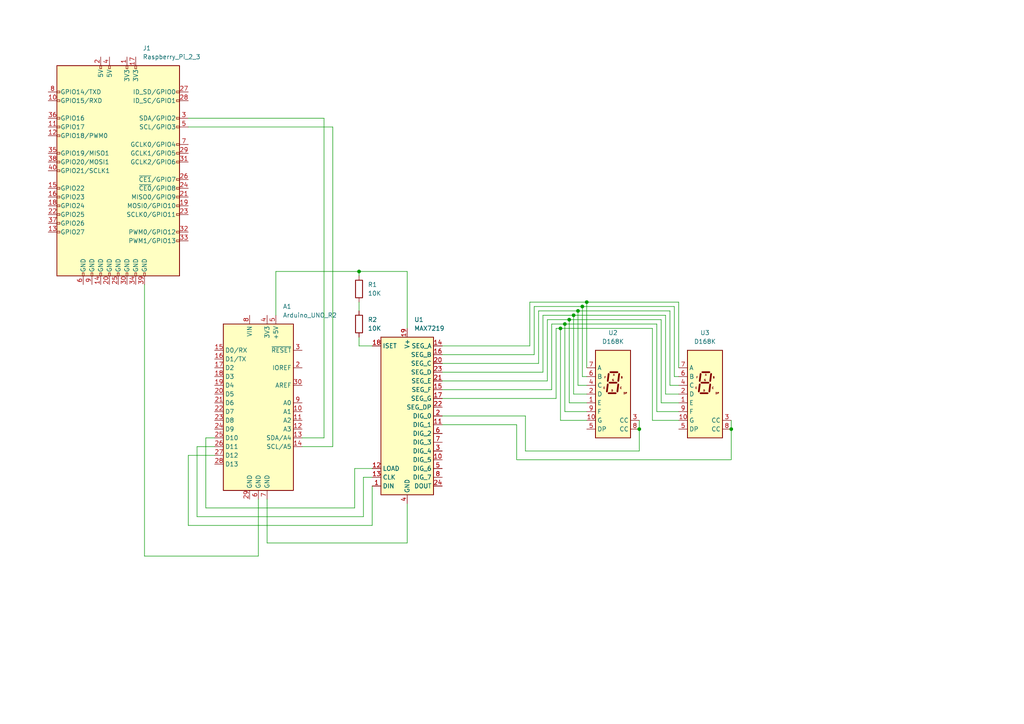
<source format=kicad_sch>
(kicad_sch (version 20211123) (generator eeschema)
  (paper "A4")
  (title_block (title "Schematics") (date "2022-10-12"))
  (lib_symbols
    (symbol "Connector:Raspberry_Pi_2_3" (pin_names (offset 1.016))
      (property "Reference" "J" (at -17.78 31.75 0))
      (property "Value" "Raspberry_Pi_2_3" (at 10.16 -31.75 0))
      (symbol "Raspberry_Pi_2_3_0_1"
        (rectangle (start -17.78 30.48) (end 17.78 -30.48) (stroke (width 0.254)) (fill (type background)))
      )
      (symbol "Raspberry_Pi_2_3_1_1"
        (rectangle (start -16.891 -17.526) (end -17.78 -18.034))
        (rectangle (start -16.891 -14.986) (end -17.78 -15.494))
        (rectangle (start -16.891 -12.446) (end -17.78 -12.954))
        (rectangle (start -16.891 -9.906) (end -17.78 -10.414))
        (rectangle (start -16.891 -7.366) (end -17.78 -7.874))
        (rectangle (start -16.891 -4.826) (end -17.78 -5.334))
        (rectangle (start -16.891 0.254) (end -17.78 -0.254))
        (rectangle (start -16.891 2.794) (end -17.78 2.286))
        (rectangle (start -16.891 5.334) (end -17.78 4.826))
        (rectangle (start -16.891 10.414) (end -17.78 9.906))
        (rectangle (start -16.891 12.954) (end -17.78 12.446))
        (rectangle (start -16.891 15.494) (end -17.78 14.986))
        (rectangle (start -16.891 20.574) (end -17.78 20.066))
        (rectangle (start -16.891 23.114) (end -17.78 22.606))
        (rectangle (start -10.414 -29.591) (end -9.906 -30.48))
        (rectangle (start -7.874 -29.591) (end -7.366 -30.48))
        (rectangle (start -5.334 -29.591) (end -4.826 -30.48))
        (rectangle (start -5.334 30.48) (end -4.826 29.591))
        (rectangle (start -2.794 -29.591) (end -2.286 -30.48))
        (rectangle (start -2.794 30.48) (end -2.286 29.591))
        (rectangle (start -0.254 -29.591) (end 0.254 -30.48))
        (rectangle (start 2.286 -29.591) (end 2.794 -30.48))
        (rectangle (start 2.286 30.48) (end 2.794 29.591))
        (rectangle (start 4.826 -29.591) (end 5.334 -30.48))
        (rectangle (start 4.826 30.48) (end 5.334 29.591))
        (rectangle (start 7.366 -29.591) (end 7.874 -30.48))
        (rectangle (start 17.78 -20.066) (end 16.891 -20.574))
        (rectangle (start 17.78 -17.526) (end 16.891 -18.034))
        (rectangle (start 17.78 -12.446) (end 16.891 -12.954))
        (rectangle (start 17.78 -9.906) (end 16.891 -10.414))
        (rectangle (start 17.78 -7.366) (end 16.891 -7.874))
        (rectangle (start 17.78 -4.826) (end 16.891 -5.334))
        (rectangle (start 17.78 -2.286) (end 16.891 -2.794))
        (rectangle (start 17.78 2.794) (end 16.891 2.286))
        (rectangle (start 17.78 5.334) (end 16.891 4.826))
        (rectangle (start 17.78 7.874) (end 16.891 7.366))
        (rectangle (start 17.78 12.954) (end 16.891 12.446))
        (rectangle (start 17.78 15.494) (end 16.891 14.986))
        (rectangle (start 17.78 20.574) (end 16.891 20.066))
        (rectangle (start 17.78 23.114) (end 16.891 22.606))
        (pin power_in line (at 2.54 33.02 270) (length 2.54) (name "3V3") (number "1"))
        (pin bidirectional line (at -20.32 20.32 0) (length 2.54) (name "GPIO15/RXD") (number "10"))
        (pin bidirectional line (at -20.32 12.7 0) (length 2.54) (name "GPIO17") (number "11"))
        (pin bidirectional line (at -20.32 10.16 0) (length 2.54) (name "GPIO18/PWM0") (number "12"))
        (pin bidirectional line (at -20.32 -17.78 0) (length 2.54) (name "GPIO27") (number "13"))
        (pin power_in line (at -5.08 -33.02 90) (length 2.54) (name "GND") (number "14"))
        (pin bidirectional line (at -20.32 -5.08 0) (length 2.54) (name "GPIO22") (number "15"))
        (pin bidirectional line (at -20.32 -7.62 0) (length 2.54) (name "GPIO23") (number "16"))
        (pin power_in line (at 5.08 33.02 270) (length 2.54) (name "3V3") (number "17"))
        (pin bidirectional line (at -20.32 -10.16 0) (length 2.54) (name "GPIO24") (number "18"))
        (pin bidirectional line (at 20.32 -10.16 180) (length 2.54) (name "MOSI0/GPIO10") (number "19"))
        (pin power_in line (at -5.08 33.02 270) (length 2.54) (name "5V") (number "2"))
        (pin power_in line (at -2.54 -33.02 90) (length 2.54) (name "GND") (number "20"))
        (pin bidirectional line (at 20.32 -7.62 180) (length 2.54) (name "MISO0/GPIO9") (number "21"))
        (pin bidirectional line (at -20.32 -12.7 0) (length 2.54) (name "GPIO25") (number "22"))
        (pin bidirectional line (at 20.32 -12.7 180) (length 2.54) (name "SCLK0/GPIO11") (number "23"))
        (pin bidirectional line (at 20.32 -5.08 180) (length 2.54) (name "~{CE0}/GPIO8") (number "24"))
        (pin power_in line (at 0 -33.02 90) (length 2.54) (name "GND") (number "25"))
        (pin bidirectional line (at 20.32 -2.54 180) (length 2.54) (name "~{CE1}/GPIO7") (number "26"))
        (pin bidirectional line (at 20.32 22.86 180) (length 2.54) (name "ID_SD/GPIO0") (number "27"))
        (pin bidirectional line (at 20.32 20.32 180) (length 2.54) (name "ID_SC/GPIO1") (number "28"))
        (pin bidirectional line (at 20.32 5.08 180) (length 2.54) (name "GCLK1/GPIO5") (number "29"))
        (pin bidirectional line (at 20.32 15.24 180) (length 2.54) (name "SDA/GPIO2") (number "3"))
        (pin power_in line (at 2.54 -33.02 90) (length 2.54) (name "GND") (number "30"))
        (pin bidirectional line (at 20.32 2.54 180) (length 2.54) (name "GCLK2/GPIO6") (number "31"))
        (pin bidirectional line (at 20.32 -17.78 180) (length 2.54) (name "PWM0/GPIO12") (number "32"))
        (pin bidirectional line (at 20.32 -20.32 180) (length 2.54) (name "PWM1/GPIO13") (number "33"))
        (pin power_in line (at 5.08 -33.02 90) (length 2.54) (name "GND") (number "34"))
        (pin bidirectional line (at -20.32 5.08 0) (length 2.54) (name "GPIO19/MISO1") (number "35"))
        (pin bidirectional line (at -20.32 15.24 0) (length 2.54) (name "GPIO16") (number "36"))
        (pin bidirectional line (at -20.32 -15.24 0) (length 2.54) (name "GPIO26") (number "37"))
        (pin bidirectional line (at -20.32 2.54 0) (length 2.54) (name "GPIO20/MOSI1") (number "38"))
        (pin power_in line (at 7.62 -33.02 90) (length 2.54) (name "GND") (number "39"))
        (pin power_in line (at -2.54 33.02 270) (length 2.54) (name "5V") (number "4"))
        (pin bidirectional line (at -20.32 0 0) (length 2.54) (name "GPIO21/SCLK1") (number "40"))
        (pin bidirectional line (at 20.32 12.7 180) (length 2.54) (name "SCL/GPIO3") (number "5"))
        (pin power_in line (at -10.16 -33.02 90) (length 2.54) (name "GND") (number "6"))
        (pin bidirectional line (at 20.32 7.62 180) (length 2.54) (name "GCLK0/GPIO4") (number "7"))
        (pin bidirectional line (at -20.32 22.86 0) (length 2.54) (name "GPIO14/TXD") (number "8"))
        (pin power_in line (at -7.62 -33.02 90) (length 2.54) (name "GND") (number "9"))
      )
    )
    (symbol "Device:R" (pin_numbers hide) (pin_names (offset 0))
      (property "Reference" "R" (at 2.032 0 90))
      (property "Value" "R" (at 0 0 90))
      (symbol "R_0_1"
        (rectangle (start -1.016 -2.54) (end 1.016 2.54) (stroke (width 0.254)))
      )
      (symbol "R_1_1"
        (pin passive line (at 0 3.81 270) (length 1.27) (name "~") (number "1"))
        (pin passive line (at 0 -3.81 90) (length 1.27) (name "~") (number "2"))
      )
    )
    (symbol "Display_Character:D168K"
      (property "Reference" "U" (at -2.54 13.97 0))
      (property "Value" "D168K" (at 1.27 13.97 0))
      (symbol "D168K_0_0"
        (text "A" (at 0.254 5.588 0) (effects (font (size 0.508 0.508))))
        (text "B" (at 2.54 4.826 0) (effects (font (size 0.508 0.508))))
        (text "C" (at 2.286 1.778 0) (effects (font (size 0.508 0.508))))
        (text "D" (at -0.254 1.016 0) (effects (font (size 0.508 0.508))))
        (text "DP" (at 3.556 0.254 0) (effects (font (size 0.508 0.508))))
        (text "E" (at -2.54 1.778 0) (effects (font (size 0.508 0.508))))
        (text "F" (at -2.286 4.826 0) (effects (font (size 0.508 0.508))))
        (text "G" (at 0 4.064 0) (effects (font (size 0.508 0.508))))
      )
      (symbol "D168K_0_1"
        (rectangle (start -5.08 12.7) (end 5.08 -12.7) (stroke (width 0.254)) (fill (type background)))
        (polyline (pts (xy -1.524 2.794) (xy -1.778 0.762)) (stroke (width 0.508)))
        (polyline (pts (xy -1.27 0.254) (xy 0.762 0.254)) (stroke (width 0.508)))
        (polyline (pts (xy -1.27 5.842) (xy -1.524 3.81)) (stroke (width 0.508)))
        (polyline (pts (xy -1.016 3.302) (xy 1.016 3.302)) (stroke (width 0.508)))
        (polyline (pts (xy -0.762 6.35) (xy 1.27 6.35)) (stroke (width 0.508)))
        (polyline (pts (xy 1.524 2.794) (xy 1.27 0.762)) (stroke (width 0.508)))
        (polyline (pts (xy 1.778 5.842) (xy 1.524 3.81)) (stroke (width 0.508)))
        (polyline (pts (xy 2.54 0.254) (xy 2.54 0.254)) (stroke (width 0.508)))
      )
      (symbol "D168K_1_1"
        (pin input line (at -7.62 -2.54 0) (length 2.54) (name "E") (number "1"))
        (pin input line (at -7.62 -7.62 0) (length 2.54) (name "G") (number "10"))
        (pin input line (at -7.62 0 0) (length 2.54) (name "D") (number "2"))
        (pin input line (at 7.62 -7.62 180) (length 2.54) (name "CC") (number "3"))
        (pin input line (at -7.62 2.54 0) (length 2.54) (name "C") (number "4"))
        (pin input line (at -7.62 -10.16 0) (length 2.54) (name "DP") (number "5"))
        (pin input line (at -7.62 5.08 0) (length 2.54) (name "B") (number "6"))
        (pin input line (at -7.62 7.62 0) (length 2.54) (name "A") (number "7"))
        (pin input line (at 7.62 -10.16 180) (length 2.54) (name "CC") (number "8"))
        (pin input line (at -7.62 -5.08 0) (length 2.54) (name "F") (number "9"))
      )
    )
    (symbol "Driver_LED:MAX7219"
      (property "Reference" "U" (at -6.35 24.13 0))
      (property "Value" "MAX7219" (at 1.27 25.4 0))
      (symbol "MAX7219_0_1"
        (rectangle (start -7.62 22.86) (end 7.62 -22.86) (stroke (width 0.254)) (fill (type background)))
      )
      (symbol "MAX7219_1_1"
        (pin input line (at -10.16 -20.32 0) (length 2.54) (name "DIN") (number "1"))
        (pin output line (at 10.16 -12.7 180) (length 2.54) (name "DIG_5") (number "10"))
        (pin output line (at 10.16 -2.54 180) (length 2.54) (name "DIG_1") (number "11"))
        (pin input line (at -10.16 -15.24 0) (length 2.54) (name "LOAD") (number "12"))
        (pin input line (at -10.16 -17.78 0) (length 2.54) (name "CLK") (number "13"))
        (pin output line (at 10.16 20.32 180) (length 2.54) (name "SEG_A") (number "14"))
        (pin output line (at 10.16 7.62 180) (length 2.54) (name "SEG_F") (number "15"))
        (pin output line (at 10.16 17.78 180) (length 2.54) (name "SEG_B") (number "16"))
        (pin output line (at 10.16 5.08 180) (length 2.54) (name "SEG_G") (number "17"))
        (pin input line (at -10.16 20.32 0) (length 2.54) (name "ISET") (number "18"))
        (pin power_in line (at 0 25.4 270) (length 2.54) (name "V+") (number "19"))
        (pin output line (at 10.16 0 180) (length 2.54) (name "DIG_0") (number "2"))
        (pin output line (at 10.16 15.24 180) (length 2.54) (name "SEG_C") (number "20"))
        (pin output line (at 10.16 10.16 180) (length 2.54) (name "SEG_E") (number "21"))
        (pin output line (at 10.16 2.54 180) (length 2.54) (name "SEG_DP") (number "22"))
        (pin output line (at 10.16 12.7 180) (length 2.54) (name "SEG_D") (number "23"))
        (pin output line (at 10.16 -20.32 180) (length 2.54) (name "DOUT") (number "24"))
        (pin output line (at 10.16 -10.16 180) (length 2.54) (name "DIG_4") (number "3"))
        (pin power_in line (at 0 -25.4 90) (length 2.54) (name "GND") (number "4"))
        (pin output line (at 10.16 -15.24 180) (length 2.54) (name "DIG_6") (number "5"))
        (pin output line (at 10.16 -5.08 180) (length 2.54) (name "DIG_2") (number "6"))
        (pin output line (at 10.16 -7.62 180) (length 2.54) (name "DIG_3") (number "7"))
        (pin output line (at 10.16 -17.78 180) (length 2.54) (name "DIG_7") (number "8"))
        (pin passive line (at 0 -25.4 90) (length 2.54) hide (name "GND") (number "9"))
      )
    )
    (symbol "MCU_Module:Arduino_UNO_R2"
      (property "Reference" "A" (at -10.16 23.495 0))
      (property "Value" "Arduino_UNO_R2" (at 5.08 -26.67 0))
      (symbol "Arduino_UNO_R2_0_1"
        (rectangle (start -10.16 22.86) (end 10.16 -25.4) (stroke (width 0.254)) (fill (type background)))
      )
      (symbol "Arduino_UNO_R2_1_1"
        (pin no_connect line (at -10.16 -20.32 0) (length 2.54) hide (name "NC") (number "1"))
        (pin bidirectional line (at 12.7 -2.54 180) (length 2.54) (name "A1") (number "10"))
        (pin bidirectional line (at 12.7 -5.08 180) (length 2.54) (name "A2") (number "11"))
        (pin bidirectional line (at 12.7 -7.62 180) (length 2.54) (name "A3") (number "12"))
        (pin bidirectional line (at 12.7 -10.16 180) (length 2.54) (name "SDA/A4") (number "13"))
        (pin bidirectional line (at 12.7 -12.7 180) (length 2.54) (name "SCL/A5") (number "14"))
        (pin bidirectional line (at -12.7 15.24 0) (length 2.54) (name "D0/RX") (number "15"))
        (pin bidirectional line (at -12.7 12.7 0) (length 2.54) (name "D1/TX") (number "16"))
        (pin bidirectional line (at -12.7 10.16 0) (length 2.54) (name "D2") (number "17"))
        (pin bidirectional line (at -12.7 7.62 0) (length 2.54) (name "D3") (number "18"))
        (pin bidirectional line (at -12.7 5.08 0) (length 2.54) (name "D4") (number "19"))
        (pin output line (at 12.7 10.16 180) (length 2.54) (name "IOREF") (number "2"))
        (pin bidirectional line (at -12.7 2.54 0) (length 2.54) (name "D5") (number "20"))
        (pin bidirectional line (at -12.7 0 0) (length 2.54) (name "D6") (number "21"))
        (pin bidirectional line (at -12.7 -2.54 0) (length 2.54) (name "D7") (number "22"))
        (pin bidirectional line (at -12.7 -5.08 0) (length 2.54) (name "D8") (number "23"))
        (pin bidirectional line (at -12.7 -7.62 0) (length 2.54) (name "D9") (number "24"))
        (pin bidirectional line (at -12.7 -10.16 0) (length 2.54) (name "D10") (number "25"))
        (pin bidirectional line (at -12.7 -12.7 0) (length 2.54) (name "D11") (number "26"))
        (pin bidirectional line (at -12.7 -15.24 0) (length 2.54) (name "D12") (number "27"))
        (pin bidirectional line (at -12.7 -17.78 0) (length 2.54) (name "D13") (number "28"))
        (pin power_in line (at -2.54 -27.94 90) (length 2.54) (name "GND") (number "29"))
        (pin input line (at 12.7 15.24 180) (length 2.54) (name "~{RESET}") (number "3"))
        (pin input line (at 12.7 5.08 180) (length 2.54) (name "AREF") (number "30"))
        (pin power_out line (at 2.54 25.4 270) (length 2.54) (name "3V3") (number "4"))
        (pin power_out line (at 5.08 25.4 270) (length 2.54) (name "+5V") (number "5"))
        (pin power_in line (at 0 -27.94 90) (length 2.54) (name "GND") (number "6"))
        (pin power_in line (at 2.54 -27.94 90) (length 2.54) (name "GND") (number "7"))
        (pin power_in line (at -2.54 25.4 270) (length 2.54) (name "VIN") (number "8"))
        (pin bidirectional line (at 12.7 0 180) (length 2.54) (name "A0") (number "9"))
      )
    )
  )
  (junction (at 167.64 90.17))
  (junction (at 168.91 88.9))
  (junction (at 162.56 95.25))
  (junction (at 185.42 124.46))
  (junction (at 212.09 124.46))
  (junction (at 104.14 78.74))
  (junction (at 166.37 91.44))
  (junction (at 163.83 93.98))
  (junction (at 170.18 87.63))
  (junction (at 165.1 92.71))
  (wire (pts (xy 191.77 92.71) (xy 165.1 92.71)))
  (wire (pts (xy 160.02 93.98) (xy 163.83 93.98)))
  (wire (pts (xy 166.37 91.44) (xy 166.37 114.3)))
  (wire (pts (xy 128.27 110.49) (xy 158.75 110.49)))
  (wire (pts (xy 57.15 129.54) (xy 57.15 149.86)))
  (wire (pts (xy 166.37 114.3) (xy 170.18 114.3)))
  (wire (pts (xy 189.23 121.92) (xy 189.23 95.25)))
  (wire (pts (xy 168.91 109.22) (xy 170.18 109.22)))
  (wire (pts (xy 158.75 110.49) (xy 158.75 92.71)))
  (wire (pts (xy 62.23 132.08) (xy 54.61 132.08)))
  (wire (pts (xy 128.27 102.87) (xy 154.94 102.87)))
  (wire (pts (xy 153.67 100.33) (xy 153.67 87.63)))
  (wire (pts (xy 185.42 121.92) (xy 185.42 124.46)))
  (wire (pts (xy 62.23 129.54) (xy 57.15 129.54)))
  (wire (pts (xy 196.85 119.38) (xy 190.5 119.38)))
  (wire (pts (xy 195.58 88.9) (xy 168.91 88.9)))
  (wire (pts (xy 189.23 95.25) (xy 162.56 95.25)))
  (wire (pts (xy 54.61 152.4) (xy 107.95 152.4)))
  (wire (pts (xy 196.85 87.63) (xy 170.18 87.63)))
  (wire (pts (xy 41.91 82.55) (xy 41.91 161.29)))
  (wire (pts (xy 59.69 127) (xy 59.69 147.32)))
  (wire (pts (xy 196.85 106.68) (xy 196.85 87.63)))
  (wire (pts (xy 156.21 105.41) (xy 156.21 90.17)))
  (wire (pts (xy 152.4 130.81) (xy 185.42 130.81)))
  (wire (pts (xy 190.5 119.38) (xy 190.5 93.98)))
  (wire (pts (xy 107.95 152.4) (xy 107.95 140.97)))
  (wire (pts (xy 212.09 133.35) (xy 212.09 124.46)))
  (wire (pts (xy 162.56 121.92) (xy 170.18 121.92)))
  (wire (pts (xy 165.1 92.71) (xy 165.1 116.84)))
  (wire (pts (xy 162.56 95.25) (xy 162.56 121.92)))
  (wire (pts (xy 80.01 78.74) (xy 104.14 78.74)))
  (wire (pts (xy 59.69 147.32) (xy 102.87 147.32)))
  (wire (pts (xy 157.48 107.95) (xy 157.48 91.44)))
  (wire (pts (xy 96.52 129.54) (xy 96.52 36.83)))
  (wire (pts (xy 212.09 121.92) (xy 212.09 124.46)))
  (wire (pts (xy 128.27 115.57) (xy 161.29 115.57)))
  (wire (pts (xy 156.21 90.17) (xy 167.64 90.17)))
  (wire (pts (xy 193.04 91.44) (xy 166.37 91.44)))
  (wire (pts (xy 194.31 111.76) (xy 194.31 90.17)))
  (wire (pts (xy 168.91 88.9) (xy 168.91 109.22)))
  (wire (pts (xy 149.86 123.19) (xy 149.86 133.35)))
  (wire (pts (xy 185.42 130.81) (xy 185.42 124.46)))
  (wire (pts (xy 163.83 93.98) (xy 163.83 119.38)))
  (wire (pts (xy 167.64 111.76) (xy 170.18 111.76)))
  (wire (pts (xy 154.94 88.9) (xy 168.91 88.9)))
  (wire (pts (xy 74.93 144.78) (xy 74.93 161.29)))
  (wire (pts (xy 105.41 138.43) (xy 107.95 138.43)))
  (wire (pts (xy 102.87 147.32) (xy 102.87 135.89)))
  (wire (pts (xy 104.14 87.63) (xy 104.14 90.17)))
  (wire (pts (xy 118.11 146.05) (xy 118.11 157.48)))
  (wire (pts (xy 152.4 120.65) (xy 152.4 130.81)))
  (wire (pts (xy 118.11 157.48) (xy 77.47 157.48)))
  (wire (pts (xy 102.87 135.89) (xy 107.95 135.89)))
  (wire (pts (xy 118.11 78.74) (xy 118.11 95.25)))
  (wire (pts (xy 196.85 109.22) (xy 195.58 109.22)))
  (wire (pts (xy 87.63 129.54) (xy 96.52 129.54)))
  (wire (pts (xy 128.27 113.03) (xy 160.02 113.03)))
  (wire (pts (xy 128.27 100.33) (xy 153.67 100.33)))
  (wire (pts (xy 80.01 91.44) (xy 80.01 78.74)))
  (wire (pts (xy 160.02 113.03) (xy 160.02 93.98)))
  (wire (pts (xy 153.67 87.63) (xy 170.18 87.63)))
  (wire (pts (xy 161.29 95.25) (xy 162.56 95.25)))
  (wire (pts (xy 196.85 111.76) (xy 194.31 111.76)))
  (wire (pts (xy 163.83 119.38) (xy 170.18 119.38)))
  (wire (pts (xy 104.14 100.33) (xy 107.95 100.33)))
  (wire (pts (xy 41.91 161.29) (xy 74.93 161.29)))
  (wire (pts (xy 54.61 36.83) (xy 96.52 36.83)))
  (wire (pts (xy 128.27 120.65) (xy 152.4 120.65)))
  (wire (pts (xy 104.14 78.74) (xy 118.11 78.74)))
  (wire (pts (xy 54.61 132.08) (xy 54.61 152.4)))
  (wire (pts (xy 105.41 149.86) (xy 105.41 138.43)))
  (wire (pts (xy 87.63 127) (xy 93.98 127)))
  (wire (pts (xy 54.61 34.29) (xy 93.98 34.29)))
  (wire (pts (xy 161.29 115.57) (xy 161.29 95.25)))
  (wire (pts (xy 165.1 116.84) (xy 170.18 116.84)))
  (wire (pts (xy 193.04 114.3) (xy 193.04 91.44)))
  (wire (pts (xy 157.48 91.44) (xy 166.37 91.44)))
  (wire (pts (xy 128.27 107.95) (xy 157.48 107.95)))
  (wire (pts (xy 154.94 102.87) (xy 154.94 88.9)))
  (wire (pts (xy 190.5 93.98) (xy 163.83 93.98)))
  (wire (pts (xy 170.18 87.63) (xy 170.18 106.68)))
  (wire (pts (xy 77.47 157.48) (xy 77.47 144.78)))
  (wire (pts (xy 128.27 123.19) (xy 149.86 123.19)))
  (wire (pts (xy 158.75 92.71) (xy 165.1 92.71)))
  (wire (pts (xy 93.98 34.29) (xy 93.98 127)))
  (wire (pts (xy 57.15 149.86) (xy 105.41 149.86)))
  (wire (pts (xy 194.31 90.17) (xy 167.64 90.17)))
  (wire (pts (xy 195.58 109.22) (xy 195.58 88.9)))
  (wire (pts (xy 196.85 121.92) (xy 189.23 121.92)))
  (wire (pts (xy 62.23 127) (xy 59.69 127)))
  (wire (pts (xy 196.85 114.3) (xy 193.04 114.3)))
  (wire (pts (xy 196.85 116.84) (xy 191.77 116.84)))
  (wire (pts (xy 128.27 105.41) (xy 156.21 105.41)))
  (wire (pts (xy 191.77 116.84) (xy 191.77 92.71)))
  (wire (pts (xy 167.64 90.17) (xy 167.64 111.76)))
  (wire (pts (xy 104.14 97.79) (xy 104.14 100.33)))
  (wire (pts (xy 149.86 133.35) (xy 212.09 133.35)))
  (wire (pts (xy 104.14 78.74) (xy 104.14 80.01)))
  (symbol (lib_id "Driver_LED:MAX7219") (at 118.11 120.65 0) (unit 1)
    (property "Reference" "U1" (at 120.1294 92.71 0) (effects (justify left)))
    (property "Value" "MAX7219" (at 120.1294 95.25 0) (effects (justify left)))
    (property "Datasheet" "https://datasheets.maximintegrated.com/en/ds/MAX7219-MAX7221.pdf" (effects hide))
  )
  (symbol (lib_id "Device:R") (at 104.14 93.98 0) (unit 1)
    (property "Reference" "R2" (at 106.68 92.7099 0) (effects (justify left)))
    (property "Value" "10K" (at 106.68 95.2499 0) (effects (justify left)))
  )
  (symbol (lib_id "Connector:Raspberry_Pi_2_3") (at 34.29 49.53 0) (unit 1)
    (property "Reference" "J1" (at 41.3894 13.97 0) (effects (justify left)))
    (property "Value" "Raspberry_Pi_2_3" (at 41.3894 16.51 0) (effects (justify left)))
    (property "Datasheet" "https://www.raspberrypi.org/documentation/hardware/raspberrypi/schematics/rpi_SCH_3bplus_1p0_reduced.pdf" (effects hide))
  )
  (symbol (lib_id "Display_Character:D168K") (at 177.8 114.3 0) (unit 1)
    (property "Reference" "U2" (at 177.8 96.52 0))
    (property "Value" "D168K" (at 177.8 99.06 0))
    (property "Footprint" "Display_7Segment:D1X8K" (effects hide))
    (property "Datasheet" "https://ia800903.us.archive.org/24/items/CTKD1x8K/Cromatek%20D168K.pdf" (effects hide))
  )
  (symbol (lib_id "Device:R") (at 104.14 83.82 0) (unit 1)
    (property "Reference" "R1" (at 106.68 82.5499 0) (effects (justify left)))
    (property "Value" "10K" (at 106.68 85.0899 0) (effects (justify left)))
  )
  (symbol (lib_id "Display_Character:D168K") (at 204.47 114.3 0) (unit 1)
    (property "Reference" "U3" (at 204.47 96.52 0))
    (property "Value" "D168K" (at 204.47 99.06 0))
    (property "Footprint" "Display_7Segment:D1X8K" (effects hide))
    (property "Datasheet" "https://ia800903.us.archive.org/24/items/CTKD1x8K/Cromatek%20D168K.pdf" (effects hide))
  )
  (symbol (lib_id "MCU_Module:Arduino_UNO_R2") (at 74.93 116.84 0) (unit 1)
    (property "Reference" "A1" (at 82.0294 88.9 0) (effects (justify left)))
    (property "Value" "Arduino_UNO_R2" (at 82.0294 91.44 0) (effects (justify left)))
    (property "Footprint" "Module:Arduino_UNO_R2" (effects hide))
    (property "Datasheet" "https://www.arduino.cc/en/Main/arduinoBoardUno" (effects hide))
  )
)
</source>
